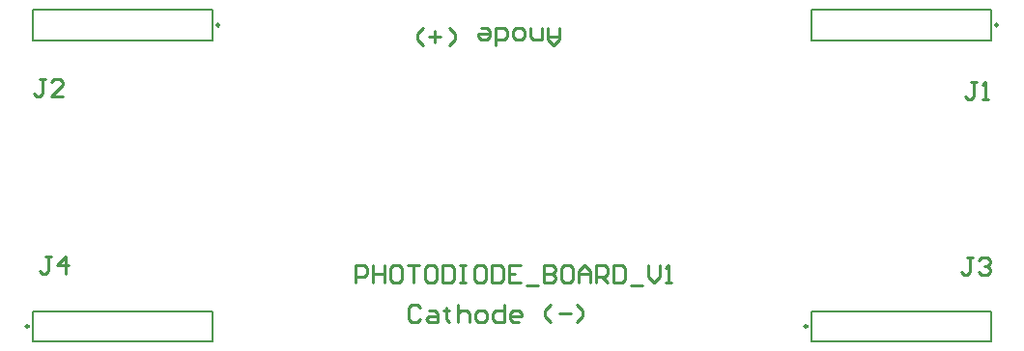
<source format=gto>
G04*
G04 #@! TF.GenerationSoftware,Altium Limited,Altium Designer,24.0.1 (36)*
G04*
G04 Layer_Color=65535*
%FSLAX44Y44*%
%MOMM*%
G71*
G04*
G04 #@! TF.SameCoordinates,3286AFAA-96A6-431E-A46C-018934649B0F*
G04*
G04*
G04 #@! TF.FilePolarity,Positive*
G04*
G01*
G75*
%ADD10C,0.2500*%
%ADD11C,0.2000*%
%ADD12C,0.2540*%
D10*
X123850Y12700D02*
G03*
X123850Y12700I-1250J0D01*
G01*
X973450Y277300D02*
G03*
X973450Y277300I-1250J0D01*
G01*
X291050D02*
G03*
X291050Y277300I-1250J0D01*
G01*
X806250Y12700D02*
G03*
X806250Y12700I-1250J0D01*
G01*
D11*
X127450Y-650D02*
Y26050D01*
Y-650D02*
X284950D01*
Y26050D01*
X127450D02*
X284950D01*
X967350Y263950D02*
Y290650D01*
X809850D02*
X967350D01*
X809850Y263950D02*
Y290650D01*
Y263950D02*
X967350D01*
X284950D02*
Y290650D01*
X127450D02*
X284950D01*
X127450Y263950D02*
Y290650D01*
Y263950D02*
X284950D01*
X809850Y26050D02*
X967350D01*
Y-650D02*
Y26050D01*
X809850Y-650D02*
X967350D01*
X809850D02*
Y26050D01*
D12*
X589280Y274320D02*
Y264163D01*
X584202Y259085D01*
X579123Y264163D01*
Y274320D01*
Y266702D01*
X589280D01*
X574045Y274320D02*
Y264163D01*
X566427D01*
X563888Y266702D01*
Y274320D01*
X556271D02*
X551192D01*
X548653Y271781D01*
Y266702D01*
X551192Y264163D01*
X556271D01*
X558810Y266702D01*
Y271781D01*
X556271Y274320D01*
X533418Y259085D02*
Y274320D01*
X541036D01*
X543575Y271781D01*
Y266702D01*
X541036Y264163D01*
X533418D01*
X520722Y274320D02*
X525801D01*
X528340Y271781D01*
Y266702D01*
X525801Y264163D01*
X520722D01*
X518183Y266702D01*
Y269242D01*
X528340D01*
X492791Y274320D02*
X497870Y269242D01*
Y264163D01*
X492791Y259085D01*
X485174Y266702D02*
X475017D01*
X480095Y261624D02*
Y271781D01*
X469939Y274320D02*
X464860Y269242D01*
Y264163D01*
X469939Y259085D01*
X467357Y29206D02*
X464818Y31745D01*
X459739D01*
X457200Y29206D01*
Y19049D01*
X459739Y16510D01*
X464818D01*
X467357Y19049D01*
X474974Y26667D02*
X480053D01*
X482592Y24128D01*
Y16510D01*
X474974D01*
X472435Y19049D01*
X474974Y21588D01*
X482592D01*
X490209Y29206D02*
Y26667D01*
X487670D01*
X492748D01*
X490209D01*
Y19049D01*
X492748Y16510D01*
X500366Y31745D02*
Y16510D01*
Y24128D01*
X502905Y26667D01*
X507984D01*
X510523Y24128D01*
Y16510D01*
X518140D02*
X523219D01*
X525758Y19049D01*
Y24128D01*
X523219Y26667D01*
X518140D01*
X515601Y24128D01*
Y19049D01*
X518140Y16510D01*
X540993Y31745D02*
Y16510D01*
X533375D01*
X530836Y19049D01*
Y24128D01*
X533375Y26667D01*
X540993D01*
X553689Y16510D02*
X548610D01*
X546071Y19049D01*
Y24128D01*
X548610Y26667D01*
X553689D01*
X556228Y24128D01*
Y21588D01*
X546071D01*
X581620Y16510D02*
X576541Y21588D01*
Y26667D01*
X581620Y31745D01*
X589237Y24128D02*
X599394D01*
X604472Y16510D02*
X609551Y21588D01*
Y26667D01*
X604472Y31745D01*
X410210Y50799D02*
Y66034D01*
X417827D01*
X420367Y63495D01*
Y58417D01*
X417827Y55877D01*
X410210D01*
X425445Y66034D02*
Y50799D01*
Y58417D01*
X435602D01*
Y66034D01*
Y50799D01*
X448298Y66034D02*
X443219D01*
X440680Y63495D01*
Y53338D01*
X443219Y50799D01*
X448298D01*
X450837Y53338D01*
Y63495D01*
X448298Y66034D01*
X455915D02*
X466072D01*
X460994D01*
Y50799D01*
X478768Y66034D02*
X473689D01*
X471150Y63495D01*
Y53338D01*
X473689Y50799D01*
X478768D01*
X481307Y53338D01*
Y63495D01*
X478768Y66034D01*
X486385D02*
Y50799D01*
X494003D01*
X496542Y53338D01*
Y63495D01*
X494003Y66034D01*
X486385D01*
X501620D02*
X506699D01*
X504160D01*
Y50799D01*
X501620D01*
X506699D01*
X521934Y66034D02*
X516856D01*
X514316Y63495D01*
Y53338D01*
X516856Y50799D01*
X521934D01*
X524473Y53338D01*
Y63495D01*
X521934Y66034D01*
X529551D02*
Y50799D01*
X537169D01*
X539708Y53338D01*
Y63495D01*
X537169Y66034D01*
X529551D01*
X554943D02*
X544786D01*
Y50799D01*
X554943D01*
X544786Y58417D02*
X549865D01*
X560022Y48260D02*
X570178D01*
X575257Y66034D02*
Y50799D01*
X582874D01*
X585413Y53338D01*
Y55877D01*
X582874Y58417D01*
X575257D01*
X582874D01*
X585413Y60956D01*
Y63495D01*
X582874Y66034D01*
X575257D01*
X598109D02*
X593031D01*
X590492Y63495D01*
Y53338D01*
X593031Y50799D01*
X598109D01*
X600648Y53338D01*
Y63495D01*
X598109Y66034D01*
X605727Y50799D02*
Y60956D01*
X610805Y66034D01*
X615883Y60956D01*
Y50799D01*
Y58417D01*
X605727D01*
X620962Y50799D02*
Y66034D01*
X628579D01*
X631119Y63495D01*
Y58417D01*
X628579Y55877D01*
X620962D01*
X626040D02*
X631119Y50799D01*
X636197Y66034D02*
Y50799D01*
X643814D01*
X646354Y53338D01*
Y63495D01*
X643814Y66034D01*
X636197D01*
X651432Y48260D02*
X661589D01*
X666667Y66034D02*
Y55877D01*
X671745Y50799D01*
X676824Y55877D01*
Y66034D01*
X681902Y50799D02*
X686981D01*
X684441D01*
Y66034D01*
X681902Y63495D01*
X143511Y73657D02*
X138433D01*
X140972D01*
Y60962D01*
X138433Y58422D01*
X135893D01*
X133354Y60962D01*
X156207Y58422D02*
Y73657D01*
X148589Y66040D01*
X158746D01*
X951589Y73401D02*
X946510D01*
X949050D01*
Y60705D01*
X946510Y58166D01*
X943971D01*
X941432Y60705D01*
X956667Y70862D02*
X959206Y73401D01*
X964285D01*
X966824Y70862D01*
Y68323D01*
X964285Y65784D01*
X961745D01*
X964285D01*
X966824Y63244D01*
Y60705D01*
X964285Y58166D01*
X959206D01*
X956667Y60705D01*
X138431Y229867D02*
X133352D01*
X135892D01*
Y217172D01*
X133352Y214632D01*
X130813D01*
X128274Y217172D01*
X153666Y214632D02*
X143509D01*
X153666Y224789D01*
Y227328D01*
X151127Y229867D01*
X146048D01*
X143509Y227328D01*
X955040Y227327D02*
X949962D01*
X952501D01*
Y214632D01*
X949962Y212092D01*
X947422D01*
X944883Y214632D01*
X960118Y212092D02*
X965197D01*
X962658D01*
Y227327D01*
X960118Y224788D01*
M02*

</source>
